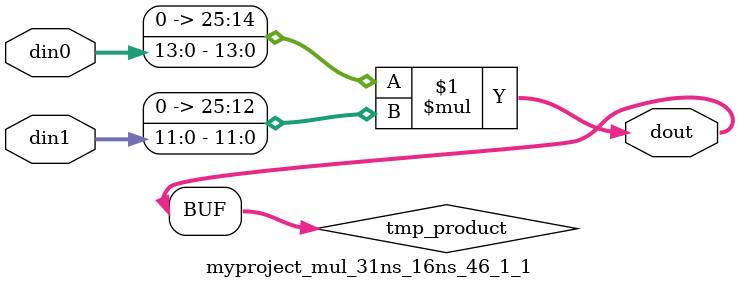
<source format=v>

`timescale 1 ns / 1 ps

  module myproject_mul_31ns_16ns_46_1_1(din0, din1, dout);
parameter ID = 1;
parameter NUM_STAGE = 0;
parameter din0_WIDTH = 14;
parameter din1_WIDTH = 12;
parameter dout_WIDTH = 26;

input [din0_WIDTH - 1 : 0] din0; 
input [din1_WIDTH - 1 : 0] din1; 
output [dout_WIDTH - 1 : 0] dout;

wire signed [dout_WIDTH - 1 : 0] tmp_product;










assign tmp_product = $signed({1'b0, din0}) * $signed({1'b0, din1});











assign dout = tmp_product;







endmodule

</source>
